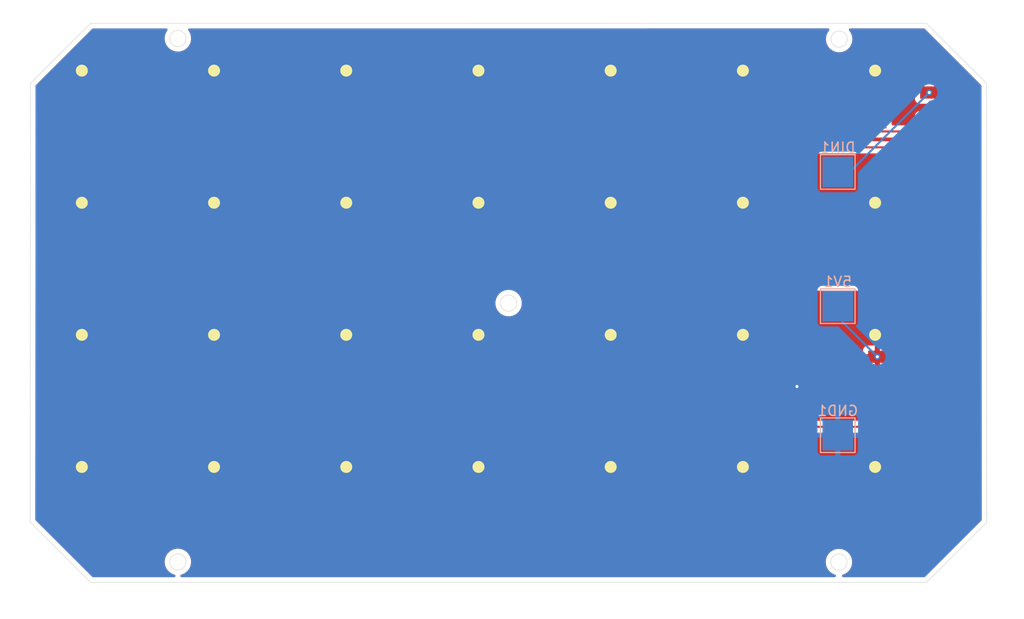
<source format=kicad_pcb>
(kicad_pcb (version 20241229) (generator "pcbnew") (generator_version "9.0")
  (layers (0 "F.Cu" signal) (2 "B.Cu" signal) (13 "F.Paste" user) (15 "B.Paste" user) (5 "F.SilkS" user "F.Silkscreen") (7 "B.SilkS" user "B.Silkscreen") (1 "F.Mask" user) (3 "B.Mask" user) (25 "Edge.Cuts" user))
  (net 0 "")
  (net 1 "5v")
  (net 2 "GND")
  (net 3 "Net-(D1-DOUT)")
  (net 4 "Net-(D2-DOUT)")
  (net 5 "Net-(D3-DOUT)")
  (net 6 "Net-(D3-DIN)")
  (net 7 "Net-(D5-DOUT)")
  (net 8 "Net-(D5-DIN)")
  (net 9 "Net-(D14-DIN)")
  (net 10 "Net-(D8-DIN)")
  (net 11 "Net-(D27-DIN)")
  (net 12 "Net-(D10-DIN)")
  (net 13 "Net-(D10-DOUT)")
  (net 14 "Net-(D11-DIN)")
  (net 15 "Net-(D12-DIN)")
  (net 16 "Net-(D13-DIN)")
  (net 17 "Net-(D15-DIN)")
  (net 18 "Net-(D15-DOUT)")
  (net 19 "Net-(D16-DIN)")
  (net 21 "Net-(D17-DIN)")
  (net 22 "Net-(D18-DIN)")
  (net 23 "Net-(D19-DIN)")
  (net 24 "Net-(D20-DIN)")
  (net 25 "Net-(D21-DIN)")
  (net 26 "Net-(D22-DIN)")
  (net 27 "Net-(D23-DIN)")
  (net 28 "Net-(D24-DIN)")
  (net 29 "Net-(D25-DIN)")
  (net 30 "Net-(D26-DIN)")
  (net 31 "Net-(D1-DIN)")
  (footprint "Library:WS2812" (layer "F.Cu") (at 149.817 52.07)
    (property "Reference" "D3" (hide yes))
    (property "Value" "WS2812B" (hide yes))
    (fp_circle (center -2.77 -3.62) (end -2.78 -3.08) (stroke (width 0.1)) (fill yes) (layer "F.SilkS"))
    (pad "1" smd rect (at 2.555 -1.465 180) (size 1.8 1.2) (layers "F.Cu" "F.Mask" "F.Paste") (net 6 "Net-(D3-DIN)"))
    (pad "2" smd rect (at -2.555 -1.465 180) (size 1.8 1.2) (layers "F.Cu" "F.Mask" "F.Paste") (net 1 "5v"))
    (pad "3" smd rect (at 2.545 1.465 180) (size 1.8 1.2) (layers "F.Cu" "F.Mask" "F.Paste") (net 2 "GND"))
    (pad "4" smd rect (at -2.555 1.465 180) (size 1.8 1.2) (layers "F.Cu" "F.Mask" "F.Paste") (net 5 "Net-(D3-DOUT)"))
  )
  (footprint "Library:WS2812" (layer "F.Cu") (at 175.817 52.07)
    (property "Reference" "D2" (hide yes))
    (property "Value" "WS2812B" (hide yes))
    (fp_circle (center -2.77 -3.62) (end -2.78 -3.08) (stroke (width 0.1)) (fill yes) (layer "F.SilkS"))
    (pad "1" smd rect (at 2.555 -1.465 180) (size 1.8 1.2) (layers "F.Cu" "F.Mask" "F.Paste") (net 3 "Net-(D1-DOUT)"))
    (pad "2" smd rect (at -2.555 -1.465 180) (size 1.8 1.2) (layers "F.Cu" "F.Mask" "F.Paste") (net 1 "5v"))
    (pad "3" smd rect (at 2.545 1.465 180) (size 1.8 1.2) (layers "F.Cu" "F.Mask" "F.Paste") (net 2 "GND"))
    (pad "4" smd rect (at -2.555 1.465 180) (size 1.8 1.2) (layers "F.Cu" "F.Mask" "F.Paste") (net 4 "Net-(D2-DOUT)"))
  )
  (footprint "Library:WS2812" (layer "F.Cu") (at 188.817 65.07)
    (property "Reference" "D14" (hide yes))
    (property "Value" "WS2812B" (hide yes))
    (fp_circle (center -2.77 -3.62) (end -2.78 -3.08) (stroke (width 0.1)) (fill yes) (layer "F.SilkS"))
    (pad "1" smd rect (at 2.555 -1.465 180) (size 1.8 1.2) (layers "F.Cu" "F.Mask" "F.Paste") (net 9 "Net-(D14-DIN)"))
    (pad "2" smd rect (at -2.555 -1.465 180) (size 1.8 1.2) (layers "F.Cu" "F.Mask" "F.Paste") (net 1 "5v"))
    (pad "3" smd rect (at 2.545 1.465 180) (size 1.8 1.2) (layers "F.Cu" "F.Mask" "F.Paste") (net 2 "GND"))
    (pad "4" smd rect (at -2.555 1.465 180) (size 1.8 1.2) (layers "F.Cu" "F.Mask" "F.Paste") (net 16 "Net-(D13-DIN)"))
  )
  (footprint "Library:WS2812" (layer "F.Cu") (at 136.817 65.07)
    (property "Reference" "D10" (hide yes))
    (property "Value" "WS2812B" (hide yes))
    (fp_circle (center -2.77 -3.62) (end -2.78 -3.08) (stroke (width 0.1)) (fill yes) (layer "F.SilkS"))
    (pad "1" smd rect (at 2.555 -1.465 180) (size 1.8 1.2) (layers "F.Cu" "F.Mask" "F.Paste") (net 12 "Net-(D10-DIN)"))
    (pad "2" smd rect (at -2.555 -1.465 180) (size 1.8 1.2) (layers "F.Cu" "F.Mask" "F.Paste") (net 1 "5v"))
    (pad "3" smd rect (at 2.545 1.465 180) (size 1.8 1.2) (layers "F.Cu" "F.Mask" "F.Paste") (net 2 "GND"))
    (pad "4" smd rect (at -2.555 1.465 180) (size 1.8 1.2) (layers "F.Cu" "F.Mask" "F.Paste") (net 13 "Net-(D10-DOUT)"))
  )
  (footprint "Library:WS2812" (layer "F.Cu") (at 162.817 52.07)
    (property "Reference" "D4" (hide yes))
    (property "Value" "WS2812B" (hide yes))
    (fp_circle (center -2.77 -3.62) (end -2.78 -3.08) (stroke (width 0.1)) (fill yes) (layer "F.SilkS"))
    (pad "1" smd rect (at 2.555 -1.465 180) (size 1.8 1.2) (layers "F.Cu" "F.Mask" "F.Paste") (net 4 "Net-(D2-DOUT)"))
    (pad "2" smd rect (at -2.555 -1.465 180) (size 1.8 1.2) (layers "F.Cu" "F.Mask" "F.Paste") (net 1 "5v"))
    (pad "3" smd rect (at 2.545 1.465 180) (size 1.8 1.2) (layers "F.Cu" "F.Mask" "F.Paste") (net 2 "GND"))
    (pad "4" smd rect (at -2.555 1.465 180) (size 1.8 1.2) (layers "F.Cu" "F.Mask" "F.Paste") (net 6 "Net-(D3-DIN)"))
  )
  (footprint "Library:WS2812" (layer "F.Cu") (at 136.817 52.07)
    (property "Reference" "D6" (hide yes))
    (property "Value" "WS2812B" (hide yes))
    (fp_circle (center -2.77 -3.62) (end -2.78 -3.08) (stroke (width 0.1)) (fill yes) (layer "F.SilkS"))
    (pad "1" smd rect (at 2.555 -1.465 180) (size 1.8 1.2) (layers "F.Cu" "F.Mask" "F.Paste") (net 5 "Net-(D3-DOUT)"))
    (pad "2" smd rect (at -2.555 -1.465 180) (size 1.8 1.2) (layers "F.Cu" "F.Mask" "F.Paste") (net 1 "5v"))
    (pad "3" smd rect (at 2.545 1.465 180) (size 1.8 1.2) (layers "F.Cu" "F.Mask" "F.Paste") (net 2 "GND"))
    (pad "4" smd rect (at -2.555 1.465 180) (size 1.8 1.2) (layers "F.Cu" "F.Mask" "F.Paste") (net 8 "Net-(D5-DIN)"))
  )
  (footprint "Library:WS2812" (layer "F.Cu") (at 123.817 78.07)
    (property "Reference" "D17" (hide yes))
    (property "Value" "WS2812B" (hide yes))
    (fp_circle (center -2.77 -3.62) (end -2.78 -3.08) (stroke (width 0.1)) (fill yes) (layer "F.SilkS"))
    (pad "1" smd rect (at 2.555 -1.465 180) (size 1.8 1.2) (layers "F.Cu" "F.Mask" "F.Paste") (net 21 "Net-(D17-DIN)"))
    (pad "2" smd rect (at -2.555 -1.465 180) (size 1.8 1.2) (layers "F.Cu" "F.Mask" "F.Paste") (net 1 "5v"))
    (pad "3" smd rect (at 2.545 1.465 180) (size 1.8 1.2) (layers "F.Cu" "F.Mask" "F.Paste") (net 2 "GND"))
    (pad "4" smd rect (at -2.555 1.465 180) (size 1.8 1.2) (layers "F.Cu" "F.Mask" "F.Paste") (net 17 "Net-(D15-DIN)"))
  )
  (footprint "Library:WS2812" (layer "F.Cu") (at 162.817 78.07)
    (property "Reference" "D23" (hide yes))
    (property "Value" "WS2812B" (hide yes))
    (fp_circle (center -2.77 -3.62) (end -2.78 -3.08) (stroke (width 0.1)) (fill yes) (layer "F.SilkS"))
    (pad "1" smd rect (at 2.555 -1.465 180) (size 1.8 1.2) (layers "F.Cu" "F.Mask" "F.Paste") (net 27 "Net-(D23-DIN)"))
    (pad "2" smd rect (at -2.555 -1.465 180) (size 1.8 1.2) (layers "F.Cu" "F.Mask" "F.Paste") (net 1 "5v"))
    (pad "3" smd rect (at 2.545 1.465 180) (size 1.8 1.2) (layers "F.Cu" "F.Mask" "F.Paste") (net 2 "GND"))
    (pad "4" smd rect (at -2.555 1.465 180) (size 1.8 1.2) (layers "F.Cu" "F.Mask" "F.Paste") (net 25 "Net-(D21-DIN)"))
  )
  (footprint "Library:WS2812" (layer "F.Cu") (at 188.817 52.07)
    (property "Reference" "D1" (hide yes))
    (property "Value" "WS2812B" (hide yes))
    (fp_circle (center -2.77 -3.62) (end -2.78 -3.08) (stroke (width 0.1)) (fill yes) (layer "F.SilkS"))
    (pad "1" smd rect (at 2.555 -1.465 180) (size 1.8 1.2) (layers "F.Cu" "F.Mask" "F.Paste") (net 31 "Net-(D1-DIN)"))
    (pad "2" smd rect (at -2.555 -1.465 180) (size 1.8 1.2) (layers "F.Cu" "F.Mask" "F.Paste") (net 1 "5v"))
    (pad "3" smd rect (at 2.545 1.465 180) (size 1.8 1.2) (layers "F.Cu" "F.Mask" "F.Paste") (net 2 "GND"))
    (pad "4" smd rect (at -2.555 1.465 180) (size 1.8 1.2) (layers "F.Cu" "F.Mask" "F.Paste") (net 3 "Net-(D1-DOUT)"))
  )
  (footprint "Library:WS2812" (layer "F.Cu") (at 149.817 65.07)
    (property "Reference" "D11" (hide yes))
    (property "Value" "WS2812B" (hide yes))
    (fp_circle (center -2.77 -3.62) (end -2.78 -3.08) (stroke (width 0.1)) (fill yes) (layer "F.SilkS"))
    (pad "1" smd rect (at 2.555 -1.465 180) (size 1.8 1.2) (layers "F.Cu" "F.Mask" "F.Paste") (net 14 "Net-(D11-DIN)"))
    (pad "2" smd rect (at -2.555 -1.465 180) (size 1.8 1.2) (layers "F.Cu" "F.Mask" "F.Paste") (net 1 "5v"))
    (pad "3" smd rect (at 2.545 1.465 180) (size 1.8 1.2) (layers "F.Cu" "F.Mask" "F.Paste") (net 2 "GND"))
    (pad "4" smd rect (at -2.555 1.465 180) (size 1.8 1.2) (layers "F.Cu" "F.Mask" "F.Paste") (net 12 "Net-(D10-DIN)"))
  )
  (footprint "Library:WS2812" (layer "F.Cu") (at 110.817 91.07)
    (property "Reference" "D16" (hide yes))
    (property "Value" "WS2812B" (hide yes))
    (fp_circle (center -2.77 -3.62) (end -2.78 -3.08) (stroke (width 0.1)) (fill yes) (layer "F.SilkS"))
    (pad "1" smd rect (at 2.555 -1.465 180) (size 1.8 1.2) (layers "F.Cu" "F.Mask" "F.Paste") (net 19 "Net-(D16-DIN)"))
    (pad "2" smd rect (at -2.555 -1.465 180) (size 1.8 1.2) (layers "F.Cu" "F.Mask" "F.Paste") (net 1 "5v"))
    (pad "3" smd rect (at 2.545 1.465 180) (size 1.8 1.2) (layers "F.Cu" "F.Mask" "F.Paste") (net 2 "GND"))
    (pad "4" smd rect (at -2.555 1.465 180) (size 1.8 1.2) (layers "F.Cu" "F.Mask" "F.Paste"))
  )
  (footprint "Library:WS2812" (layer "F.Cu") (at 162.817 65.07)
    (property "Reference" "D12" (hide yes))
    (property "Value" "WS2812B" (hide yes))
    (fp_circle (center -2.77 -3.62) (end -2.78 -3.08) (stroke (width 0.1)) (fill yes) (layer "F.SilkS"))
    (pad "1" smd rect (at 2.555 -1.465 180) (size 1.8 1.2) (layers "F.Cu" "F.Mask" "F.Paste") (net 15 "Net-(D12-DIN)"))
    (pad "2" smd rect (at -2.555 -1.465 180) (size 1.8 1.2) (layers "F.Cu" "F.Mask" "F.Paste") (net 1 "5v"))
    (pad "3" smd rect (at 2.545 1.465 180) (size 1.8 1.2) (layers "F.Cu" "F.Mask" "F.Paste") (net 2 "GND"))
    (pad "4" smd rect (at -2.555 1.465 180) (size 1.8 1.2) (layers "F.Cu" "F.Mask" "F.Paste") (net 14 "Net-(D11-DIN)"))
  )
  (footprint "Library:WS2812" (layer "F.Cu") (at 110.817 78.07)
    (property "Reference" "D15" (hide yes))
    (property "Value" "WS2812B" (hide yes))
    (fp_circle (center -2.77 -3.62) (end -2.78 -3.08) (stroke (width 0.1)) (fill yes) (layer "F.SilkS"))
    (pad "1" smd rect (at 2.555 -1.465 180) (size 1.8 1.2) (layers "F.Cu" "F.Mask" "F.Paste") (net 17 "Net-(D15-DIN)"))
    (pad "2" smd rect (at -2.555 -1.465 180) (size 1.8 1.2) (layers "F.Cu" "F.Mask" "F.Paste") (net 1 "5v"))
    (pad "3" smd rect (at 2.545 1.465 180) (size 1.8 1.2) (layers "F.Cu" "F.Mask" "F.Paste") (net 2 "GND"))
    (pad "4" smd rect (at -2.555 1.465 180) (size 1.8 1.2) (layers "F.Cu" "F.Mask" "F.Paste") (net 18 "Net-(D15-DOUT)"))
  )
  (footprint "Library:WS2812" (layer "F.Cu") (at 110.817 65.07)
    (property "Reference" "D8" (hide yes))
    (property "Value" "WS2812B" (hide yes))
    (fp_circle (center -2.77 -3.62) (end -2.78 -3.08) (stroke (width 0.1)) (fill yes) (layer "F.SilkS"))
    (pad "1" smd rect (at 2.555 -1.465 180) (size 1.8 1.2) (layers "F.Cu" "F.Mask" "F.Paste") (net 10 "Net-(D8-DIN)"))
    (pad "2" smd rect (at -2.555 -1.465 180) (size 1.8 1.2) (layers "F.Cu" "F.Mask" "F.Paste") (net 1 "5v"))
    (pad "3" smd rect (at 2.545 1.465 180) (size 1.8 1.2) (layers "F.Cu" "F.Mask" "F.Paste") (net 2 "GND"))
    (pad "4" smd rect (at -2.555 1.465 180) (size 1.8 1.2) (layers "F.Cu" "F.Mask" "F.Paste") (net 11 "Net-(D27-DIN)"))
  )
  (footprint "Library:WS2812" (layer "F.Cu") (at 175.817 65.07)
    (property "Reference" "D13" (hide yes))
    (property "Value" "WS2812B" (hide yes))
    (fp_circle (center -2.77 -3.62) (end -2.78 -3.08) (stroke (width 0.1)) (fill yes) (layer "F.SilkS"))
    (pad "1" smd rect (at 2.555 -1.465 180) (size 1.8 1.2) (layers "F.Cu" "F.Mask" "F.Paste") (net 16 "Net-(D13-DIN)"))
    (pad "2" smd rect (at -2.555 -1.465 180) (size 1.8 1.2) (layers "F.Cu" "F.Mask" "F.Paste") (net 1 "5v"))
    (pad "3" smd rect (at 2.545 1.465 180) (size 1.8 1.2) (layers "F.Cu" "F.Mask" "F.Paste") (net 2 "GND"))
    (pad "4" smd rect (at -2.555 1.465 180) (size 1.8 1.2) (layers "F.Cu" "F.Mask" "F.Paste") (net 15 "Net-(D12-DIN)"))
  )
  (footprint "Library:WS2812" (layer "F.Cu") (at 175.817 91.07)
    (property "Reference" "D26" (hide yes))
    (property "Value" "WS2812B" (hide yes))
    (fp_circle (center -2.77 -3.62) (end -2.78 -3.08) (stroke (width 0.1)) (fill yes) (layer "F.SilkS"))
    (pad "1" smd rect (at 2.555 -1.465 180) (size 1.8 1.2) (layers "F.Cu" "F.Mask" "F.Paste") (net 30 "Net-(D26-DIN)"))
    (pad "2" smd rect (at -2.555 -1.465 180) (size 1.8 1.2) (layers "F.Cu" "F.Mask" "F.Paste") (net 1 "5v"))
    (pad "3" smd rect (at 2.545 1.465 180) (size 1.8 1.2) (layers "F.Cu" "F.Mask" "F.Paste") (net 2 "GND"))
    (pad "4" smd rect (at -2.555 1.465 180) (size 1.8 1.2) (layers "F.Cu" "F.Mask" "F.Paste") (net 28 "Net-(D24-DIN)"))
  )
  (footprint "Library:WS2812" (layer "F.Cu") (at 123.817 65.07)
    (property "Reference" "D9" (hide yes))
    (property "Value" "WS2812B" (hide yes))
    (fp_circle (center -2.77 -3.62) (end -2.78 -3.08) (stroke (width 0.1)) (fill yes) (layer "F.SilkS"))
    (pad "1" smd rect (at 2.555 -1.465 180) (size 1.8 1.2) (layers "F.Cu" "F.Mask" "F.Paste") (net 13 "Net-(D10-DOUT)"))
    (pad "2" smd rect (at -2.555 -1.465 180) (size 1.8 1.2) (layers "F.Cu" "F.Mask" "F.Paste") (net 1 "5v"))
    (pad "3" smd rect (at 2.545 1.465 180) (size 1.8 1.2) (layers "F.Cu" "F.Mask" "F.Paste") (net 2 "GND"))
    (pad "4" smd rect (at -2.555 1.465 180) (size 1.8 1.2) (layers "F.Cu" "F.Mask" "F.Paste") (net 10 "Net-(D8-DIN)"))
  )
  (footprint "Library:WS2812" (layer "F.Cu") (at 188.817 78.07)
    (property "Reference" "D27" (hide yes))
    (property "Value" "WS2812B" (hide yes))
    (fp_circle (center -2.77 -3.62) (end -2.78 -3.08) (stroke (width 0.1)) (fill yes) (layer "F.SilkS"))
    (pad "1" smd rect (at 2.555 -1.465 180) (size 1.8 1.2) (layers "F.Cu" "F.Mask" "F.Paste") (net 11 "Net-(D27-DIN)"))
    (pad "2" smd rect (at -2.555 -1.465 180) (size 1.8 1.2) (layers "F.Cu" "F.Mask" "F.Paste") (net 1 "5v"))
    (pad "3" smd rect (at 2.545 1.465 180) (size 1.8 1.2) (layers "F.Cu" "F.Mask" "F.Paste") (net 2 "GND"))
    (pad "4" smd rect (at -2.555 1.465 180) (size 1.8 1.2) (layers "F.Cu" "F.Mask" "F.Paste") (net 29 "Net-(D25-DIN)"))
  )
  (footprint "Library:WS2812" (layer "F.Cu") (at 188.817 91.07)
    (property "Reference" "D28" (hide yes))
    (property "Value" "WS2812B" (hide yes))
    (fp_circle (center -2.77 -3.62) (end -2.78 -3.08) (stroke (width 0.1)) (fill yes) (layer "F.SilkS"))
    (pad "1" smd rect (at 2.555 -1.465 180) (size 1.8 1.2) (layers "F.Cu" "F.Mask" "F.Paste") (net 18 "Net-(D15-DOUT)"))
    (pad "2" smd rect (at -2.555 -1.465 180) (size 1.8 1.2) (layers "F.Cu" "F.Mask" "F.Paste") (net 1 "5v"))
    (pad "3" smd rect (at 2.545 1.465 180) (size 1.8 1.2) (layers "F.Cu" "F.Mask" "F.Paste") (net 2 "GND"))
    (pad "4" smd rect (at -2.555 1.465 180) (size 1.8 1.2) (layers "F.Cu" "F.Mask" "F.Paste") (net 30 "Net-(D26-DIN)"))
  )
  (footprint "Library:WS2812" (layer "F.Cu") (at 175.817 78.07)
    (property "Reference" "D25" (hide yes))
    (property "Value" "WS2812B" (hide yes))
    (fp_circle (center -2.77 -3.62) (end -2.78 -3.08) (stroke (width 0.1)) (fill yes) (layer "F.SilkS"))
    (pad "1" smd rect (at 2.555 -1.465 180) (size 1.8 1.2) (layers "F.Cu" "F.Mask" "F.Paste") (net 29 "Net-(D25-DIN)"))
    (pad "2" smd rect (at -2.555 -1.465 180) (size 1.8 1.2) (layers "F.Cu" "F.Mask" "F.Paste") (net 1 "5v"))
    (pad "3" smd rect (at 2.545 1.465 180) (size 1.8 1.2) (layers "F.Cu" "F.Mask" "F.Paste") (net 2 "GND"))
    (pad "4" smd rect (at -2.555 1.465 180) (size 1.8 1.2) (layers "F.Cu" "F.Mask" "F.Paste") (net 27 "Net-(D23-DIN)"))
  )
  (footprint "Library:WS2812" (layer "F.Cu") (at 149.817 78.07)
    (property "Reference" "D21" (hide yes))
    (property "Value" "WS2812B" (hide yes))
    (fp_circle (center -2.77 -3.62) (end -2.78 -3.08) (stroke (width 0.1)) (fill yes) (layer "F.SilkS"))
    (pad "1" smd rect (at 2.555 -1.465 180) (size 1.8 1.2) (layers "F.Cu" "F.Mask" "F.Paste") (net 25 "Net-(D21-DIN)"))
    (pad "2" smd rect (at -2.555 -1.465 180) (size 1.8 1.2) (layers "F.Cu" "F.Mask" "F.Paste") (net 1 "5v"))
    (pad "3" smd rect (at 2.545 1.465 180) (size 1.8 1.2) (layers "F.Cu" "F.Mask" "F.Paste") (net 2 "GND"))
    (pad "4" smd rect (at -2.555 1.465 180) (size 1.8 1.2) (layers "F.Cu" "F.Mask" "F.Paste") (net 23 "Net-(D19-DIN)"))
  )
  (footprint "Library:WS2812" (layer "F.Cu") (at 149.817 91.07)
    (property "Reference" "D22" (hide yes))
    (property "Value" "WS2812B" (hide yes))
    (fp_circle (center -2.77 -3.62) (end -2.78 -3.08) (stroke (width 0.1)) (fill yes) (layer "F.SilkS"))
    (pad "1" smd rect (at 2.555 -1.465 180) (size 1.8 1.2) (layers "F.Cu" "F.Mask" "F.Paste") (net 26 "Net-(D22-DIN)"))
    (pad "2" smd rect (at -2.555 -1.465 180) (size 1.8 1.2) (layers "F.Cu" "F.Mask" "F.Paste") (net 1 "5v"))
    (pad "3" smd rect (at 2.545 1.465 180) (size 1.8 1.2) (layers "F.Cu" "F.Mask" "F.Paste") (net 2 "GND"))
    (pad "4" smd rect (at -2.555 1.465 180) (size 1.8 1.2) (layers "F.Cu" "F.Mask" "F.Paste") (net 24 "Net-(D20-DIN)"))
  )
  (footprint "Library:WS2812" (layer "F.Cu") (at 136.817 78.07)
    (property "Reference" "D19" (hide yes))
    (property "Value" "WS2812B" (hide yes))
    (fp_circle (center -2.77 -3.62) (end -2.78 -3.08) (stroke (width 0.1)) (fill yes) (layer "F.SilkS"))
    (pad "1" smd rect (at 2.555 -1.465 180) (size 1.8 1.2) (layers "F.Cu" "F.Mask" "F.Paste") (net 23 "Net-(D19-DIN)"))
    (pad "2" smd rect (at -2.555 -1.465 180) (size 1.8 1.2) (layers "F.Cu" "F.Mask" "F.Paste") (net 1 "5v"))
    (pad "3" smd rect (at 2.545 1.465 180) (size 1.8 1.2) (layers "F.Cu" "F.Mask" "F.Paste") (net 2 "GND"))
    (pad "4" smd rect (at -2.555 1.465 180) (size 1.8 1.2) (layers "F.Cu" "F.Mask" "F.Paste") (net 21 "Net-(D17-DIN)"))
  )
  (footprint "Library:WS2812" (layer "F.Cu") (at 123.817 52.07)
    (property "Reference" "D5" (hide yes))
    (property "Value" "WS2812B" (hide yes))
    (fp_circle (center -2.77 -3.62) (end -2.78 -3.08) (stroke (width 0.1)) (fill yes) (layer "F.SilkS"))
    (pad "1" smd rect (at 2.555 -1.465 180) (size 1.8 1.2) (layers "F.Cu" "F.Mask" "F.Paste") (net 8 "Net-(D5-DIN)"))
    (pad "2" smd rect (at -2.555 -1.465 180) (size 1.8 1.2) (layers "F.Cu" "F.Mask" "F.Paste") (net 1 "5v"))
    (pad "3" smd rect (at 2.545 1.465 180) (size 1.8 1.2) (layers "F.Cu" "F.Mask" "F.Paste") (net 2 "GND"))
    (pad "4" smd rect (at -2.555 1.465 180) (size 1.8 1.2) (layers "F.Cu" "F.Mask" "F.Paste") (net 7 "Net-(D5-DOUT)"))
  )
  (footprint "Library:WS2812" (layer "F.Cu") (at 136.817 91.07)
    (property "Reference" "D20" (hide yes))
    (property "Value" "WS2812B" (hide yes))
    (fp_circle (center -2.77 -3.62) (end -2.78 -3.08) (stroke (width 0.1)) (fill yes) (layer "F.SilkS"))
    (pad "1" smd rect (at 2.555 -1.465 180) (size 1.8 1.2) (layers "F.Cu" "F.Mask" "F.Paste") (net 24 "Net-(D20-DIN)"))
    (pad "2" smd rect (at -2.555 -1.465 180) (size 1.8 1.2) (layers "F.Cu" "F.Mask" "F.Paste") (net 1 "5v"))
    (pad "3" smd rect (at 2.545 1.465 180) (size 1.8 1.2) (layers "F.Cu" "F.Mask" "F.Paste") (net 2 "GND"))
    (pad "4" smd rect (at -2.555 1.465 180) (size 1.8 1.2) (layers "F.Cu" "F.Mask" "F.Paste") (net 22 "Net-(D18-DIN)"))
  )
  (footprint "Library:WS2812" (layer "F.Cu") (at 110.817 52.07)
    (property "Reference" "D7" (hide yes))
    (property "Value" "WS2812B" (hide yes))
    (fp_circle (center -2.77 -3.62) (end -2.78 -3.08) (stroke (width 0.1)) (fill yes) (layer "F.SilkS"))
    (pad "1" smd rect (at 2.555 -1.465 180) (size 1.8 1.2) (layers "F.Cu" "F.Mask" "F.Paste") (net 7 "Net-(D5-DOUT)"))
    (pad "2" smd rect (at -2.555 -1.465 180) (size 1.8 1.2) (layers "F.Cu" "F.Mask" "F.Paste") (net 1 "5v"))
    (pad "3" smd rect (at 2.545 1.465 180) (size 1.8 1.2) (layers "F.Cu" "F.Mask" "F.Paste") (net 2 "GND"))
    (pad "4" smd rect (at -2.555 1.465 180) (size 1.8 1.2) (layers "F.Cu" "F.Mask" "F.Paste") (net 9 "Net-(D14-DIN)"))
  )
  (footprint "Library:WS2812" (layer "F.Cu") (at 123.817 91.07)
    (property "Reference" "D18" (hide yes))
    (property "Value" "WS2812B" (hide yes))
    (fp_circle (center -2.77 -3.62) (end -2.78 -3.08) (stroke (width 0.1)) (fill yes) (layer "F.SilkS"))
    (pad "1" smd rect (at 2.555 -1.465 180) (size 1.8 1.2) (layers "F.Cu" "F.Mask" "F.Paste") (net 22 "Net-(D18-DIN)"))
    (pad "2" smd rect (at -2.555 -1.465 180) (size 1.8 1.2) (layers "F.Cu" "F.Mask" "F.Paste") (net 1 "5v"))
    (pad "3" smd rect (at 2.545 1.465 180) (size 1.8 1.2) (layers "F.Cu" "F.Mask" "F.Paste") (net 2 "GND"))
    (pad "4" smd rect (at -2.555 1.465 180) (size 1.8 1.2) (layers "F.Cu" "F.Mask" "F.Paste") (net 19 "Net-(D16-DIN)"))
  )
  (footprint "Library:WS2812" (layer "F.Cu") (at 162.817 91.07)
    (property "Reference" "D24" (hide yes))
    (property "Value" "WS2812B" (hide yes))
    (fp_circle (center -2.77 -3.62) (end -2.78 -3.08) (stroke (width 0.1)) (fill yes) (layer "F.SilkS"))
    (pad "1" smd rect (at 2.555 -1.465 180) (size 1.8 1.2) (layers "F.Cu" "F.Mask" "F.Paste") (net 28 "Net-(D24-DIN)"))
    (pad "2" smd rect (at -2.555 -1.465 180) (size 1.8 1.2) (layers "F.Cu" "F.Mask" "F.Paste") (net 1 "5v"))
    (pad "3" smd rect (at 2.545 1.465 180) (size 1.8 1.2) (layers "F.Cu" "F.Mask" "F.Paste") (net 2 "GND"))
    (pad "4" smd rect (at -2.555 1.465 180) (size 1.8 1.2) (layers "F.Cu" "F.Mask" "F.Paste") (net 26 "Net-(D22-DIN)"))
  )
  (footprint "TestPoint:TestPoint_Pad_3.0x3.0mm" (layer "B.Cu") (at 182.372 71.628 180)
    (property "Reference" "5V1" (at 0 2.398 0) (layer "B.SilkS") (effects (justify mirror)))
    (property "Value" "TestPoint" (hide yes))
    (fp_line (start 1.7 1.7) (end 1.7 -1.7) (stroke (width 0.12)) (layer "B.SilkS"))
    (fp_line (start 1.7 -1.7) (end -1.7 -1.7) (stroke (width 0.12)) (layer "B.SilkS"))
    (fp_line (start -1.7 1.7) (end 1.7 1.7) (stroke (width 0.12)) (layer "B.SilkS"))
    (fp_line (start -1.7 -1.7) (end -1.7 1.7) (stroke (width 0.12)) (layer "B.SilkS"))
    (pad "1" smd rect (at 0 0 180) (size 3 3) (layers "B.Cu" "B.Mask") (net 1 "5v"))
  )
  (footprint "TestPoint:TestPoint_Pad_3.0x3.0mm" (layer "B.Cu") (at 182.372 84.328 180)
    (property "Reference" "GND1" (at 0 2.398 0) (layer "B.SilkS") (effects (justify mirror)))
    (property "Value" "TestPoint" (hide yes))
    (fp_line (start 1.7 1.7) (end 1.7 -1.7) (stroke (width 0.12)) (layer "B.SilkS"))
    (fp_line (start 1.7 -1.7) (end -1.7 -1.7) (stroke (width 0.12)) (layer "B.SilkS"))
    (fp_line (start -1.7 1.7) (end 1.7 1.7) (stroke (width 0.12)) (layer "B.SilkS"))
    (fp_line (start -1.7 -1.7) (end -1.7 1.7) (stroke (width 0.12)) (layer "B.SilkS"))
    (pad "1" smd rect (at 0 0 180) (size 3 3) (layers "B.Cu" "B.Mask") (net 2 "GND"))
  )
  (footprint "TestPoint:TestPoint_Pad_3.0x3.0mm" (layer "B.Cu") (at 182.372 58.42 180)
    (property "Reference" "DIN1" (at 0 2.398 0) (layer "B.SilkS") (effects (justify mirror)))
    (property "Value" "TestPoint" (hide yes))
    (fp_line (start 1.7 1.7) (end 1.7 -1.7) (stroke (width 0.12)) (layer "B.SilkS"))
    (fp_line (start 1.7 -1.7) (end -1.7 -1.7) (stroke (width 0.12)) (layer "B.SilkS"))
    (fp_line (start -1.7 1.7) (end 1.7 1.7) (stroke (width 0.12)) (layer "B.SilkS"))
    (fp_line (start -1.7 -1.7) (end -1.7 1.7) (stroke (width 0.12)) (layer "B.SilkS"))
    (pad "1" smd rect (at 0 0 180) (size 3 3) (layers "B.Cu" "B.Mask") (net 31 "Net-(D1-DIN)"))
  )
  (gr_line (start 103 49.7) (end 108.9 43.8) (stroke (width 0.05)) (layer "Edge.Cuts"))
  (gr_line (start 108.9 98.795) (end 102.975 92.875) (stroke (width 0.05)) (layer "Edge.Cuts"))
  (gr_line (start 103 49.7) (end 102.975 92.875) (stroke (width 0.05)) (layer "Edge.Cuts"))
  (gr_circle (center 182.51 45.35) (end 183.31 45.35) (stroke (width 0.05)) (fill no) (layer "Edge.Cuts"))
  (gr_line (start 191.095335 43.795335) (end 108.9 43.8) (stroke (width 0.05)) (layer "Edge.Cuts"))
  (gr_line (start 191.125 98.795) (end 197.025 92.9) (stroke (width 0.05)) (layer "Edge.Cuts"))
  (gr_circle (center 150.01 71.33) (end 150.81 71.33) (stroke (width 0.05)) (fill no) (layer "Edge.Cuts"))
  (gr_line (start 197 49.7) (end 191.095335 43.795335) (stroke (width 0.05)) (layer "Edge.Cuts"))
  (gr_line (start 108.9 98.795) (end 191.125 98.795) (stroke (width 0.05)) (layer "Edge.Cuts"))
  (gr_circle (center 117.49 96.79) (end 118.29 96.79) (stroke (width 0.05)) (fill no) (layer "Edge.Cuts"))
  (gr_circle (center 182.49 96.81) (end 183.29 96.81) (stroke (width 0.05)) (fill no) (layer "Edge.Cuts"))
  (gr_circle (center 117.49 45.28) (end 118.29 45.28) (stroke (width 0.05)) (fill no) (layer "Edge.Cuts"))
  (gr_line (start 197.025 92.9) (end 197 49.7) (stroke (width 0.05)) (layer "Edge.Cuts"))
  (via (at 186.262 76.605) (size 0.6) (drill 0.3) (layers "F.Cu" "B.Cu") (net 1))
  (segment (start 182.372 71.628) (end 182.372 72.715) (width 0.2) (layer "B.Cu") (net 1))
  (segment (start 182.372 72.715) (end 186.262 76.605) (width 0.2) (layer "B.Cu") (net 1))
  (segment (start 152.362 79.535) (end 150.897 81) (width 0.2) (layer "F.Cu") (net 2))
  (segment (start 139.362 92.862) (end 139.362 92.535) (width 0.2) (layer "F.Cu") (net 2))
  (segment (start 139.362 66.535) (end 137.897 68) (width 0.2) (layer "F.Cu") (net 2))
  (segment (start 141.5 68) (end 140.035 66.535) (width 0.2) (layer "F.Cu") (net 2))
  (segment (start 115.5 94.5) (end 113.535 92.535) (width 0.2) (layer "F.Cu") (net 2))
  (segment (start 191.362 66.535) (end 189.897 68) (width 0.2) (layer "F.Cu") (net 2))
  (segment (start 141 94.5) (end 139.362 92.862) (width 0.2) (layer "F.Cu") (net 2))
  (segment (start 127.263 54.436) (end 126.362 53.535) (width 0.2) (layer "F.Cu") (net 2))
  (segment (start 191.362 79.535) (end 189.897 81) (width 0.2) (layer "F.Cu") (net 2))
  (segment (start 126.362 53.535) (end 125.461 54.436) (width 0.2) (layer "F.Cu") (net 2))
  (segment (start 139.362 79.535) (end 137.897 81) (width 0.2) (layer "F.Cu") (net 2))
  (segment (start 166.827 68) (end 165.362 66.535) (width 0.2) (layer "F.Cu") (net 2))
  (segment (start 166.827 81) (end 165.362 79.535) (width 0.2) (layer "F.Cu") (net 2))
  (segment (start 176.897 68) (end 166.827 68) (width 0.2) (layer "F.Cu") (net 2))
  (segment (start 193.5 81.673) (end 193.5 91.5) (width 0.2) (layer "F.Cu") (net 2))
  (segment (start 193.5 54.2) (end 193.5 65.5) (width 0.2) (layer "F.Cu") (net 2))
  (segment (start 193.5 68.673) (end 193.5 79) (width 0.2) (layer "F.Cu") (net 2))
  (segment (start 153.827 81) (end 152.362 79.535) (width 0.2) (layer "F.Cu") (net 2))
  (segment (start 115 81) (end 113.535 79.535) (width 0.2) (layer "F.Cu") (net 2))
  (segment (start 191.362 92.535) (end 189.397 94.5) (width 0.2) (layer "F.Cu") (net 2))
  (segment (start 126.362 92.535) (end 124.397 94.5) (width 0.2) (layer "F.Cu") (net 2))
  (segment (start 192.465 66.535) (end 191.362 66.535) (width 0.2) (layer "F.Cu") (net 2))
  (segment (start 164.461 54.436) (end 153.263 54.436) (width 0.2) (layer "F.Cu") (net 2))
  (segment (start 128.327 94.5) (end 126.362 92.535) (width 0.2) (layer "F.Cu") (net 2))
  (segment (start 191.362 66.535) (end 193.5 68.673) (width 0.2) (layer "F.Cu") (net 2))
  (segment (start 124.897 81) (end 115 81) (width 0.2) (layer "F.Cu") (net 2))
  (segment (start 178.362 79.535) (end 176.897 81) (width 0.2) (layer "F.Cu") (net 2))
  (segment (start 152.362 92.535) (end 150.397 94.5) (width 0.2) (layer "F.Cu") (net 2))
  (segment (start 178.362 53.535) (end 177.461 54.436) (width 0.2) (layer "F.Cu") (net 2))
  (segment (start 137.397 94.5) (end 128.327 94.5) (width 0.2) (layer "F.Cu") (net 2))
  (segment (start 124.397 94.5) (end 115.5 94.5) (width 0.2) (layer "F.Cu") (net 2))
  (segment (start 165.362 92.535) (end 163.397 94.5) (width 0.2) (layer "F.Cu") (net 2))
  (segment (start 190.461 54.436) (end 179.263 54.436) (width 0.2) (layer "F.Cu") (net 2))
  (segment (start 191.362 79.535) (end 193.5 81.673) (width 0.2) (layer "F.Cu") (net 2))
  (segment (start 165.362 79.535) (end 163.897 81) (width 0.2) (layer "F.Cu") (net 2))
  (segment (start 179.827 68) (end 178.362 66.535) (width 0.2) (layer "F.Cu") (net 2))
  (segment (start 140.827 81) (end 139.362 79.535) (width 0.2) (layer "F.Cu") (net 2))
  (segment (start 163.897 68) (end 153.827 68) (width 0.2) (layer "F.Cu") (net 2))
  (segment (start 140.327 54.5) (end 139.362 53.535) (width 0.2) (layer "F.Cu") (net 2))
  (segment (start 193.5 91.5) (end 192.465 92.535) (width 0.2) (layer "F.Cu") (net 2))
  (segment (start 152.362 66.535) (end 150.897 68) (width 0.2) (layer "F.Cu") (net 2))
  (segment (start 152.362 53.535) (end 151.397 54.5) (width 0.2) (layer "F.Cu") (net 2))
  (segment (start 113.535 92.535) (end 113.362 92.535) (width 0.2) (layer "F.Cu") (net 2))
  (segment (start 113.535 79.535) (end 113.362 79.535) (width 0.2) (layer "F.Cu") (net 2))
  (segment (start 153.263 54.436) (end 152.362 53.535) (width 0.2) (layer "F.Cu") (net 2))
  (segment (start 165.362 53.535) (end 164.461 54.436) (width 0.2) (layer "F.Cu") (net 2))
  (segment (start 178.535 92.535) (end 178.362 92.535) (width 0.2) (layer "F.Cu") (net 2))
  (segment (start 177.461 54.436) (end 166.263 54.436) (width 0.2) (layer "F.Cu") (net 2))
  (segment (start 192.465 92.535) (end 191.362 92.535) (width 0.2) (layer "F.Cu") (net 2))
  (segment (start 165.362 66.535) (end 163.897 68) (width 0.2) (layer "F.Cu") (net 2))
  (segment (start 137.897 68) (end 127.827 68) (width 0.2) (layer "F.Cu") (net 2))
  (segment (start 193.5 65.5) (end 192.465 66.535) (width 0.2) (layer "F.Cu") (net 2))
  (segment (start 126.362 79.535) (end 124.897 81) (width 0.2) (layer "F.Cu") (net 2))
  (segment (start 138.461 54.436) (end 127.263 54.436) (width 0.2) (layer "F.Cu") (net 2))
  (segment (start 127.827 68) (end 126.362 66.535) (width 0.2) (layer "F.Cu") (net 2))
  (segment (start 191.362 53.535) (end 192.835 53.535) (width 0.2) (layer "F.Cu") (net 2))
  (segment (start 179.827 81) (end 178.362 79.535) (width 0.2) (layer "F.Cu") (net 2))
  (segment (start 150.897 81) (end 140.827 81) (width 0.2) (layer "F.Cu") (net 2))
  (segment (start 192.965 79.535) (end 191.362 79.535) (width 0.2) (layer "F.Cu") (net 2))
  (segment (start 176.897 81) (end 166.827 81) (width 0.2) (layer "F.Cu") (net 2))
  (segment (start 179.263 54.436) (end 178.362 53.535) (width 0.2) (layer "F.Cu") (net 2))
  (segment (start 139.362 92.535) (end 137.397 94.5) (width 0.2) (layer "F.Cu") (net 2))
  (segment (start 114.263 54.436) (end 113.362 53.535) (width 0.2) (layer "F.Cu") (net 2))
  (segment (start 191.362 53.535) (end 190.461 54.436) (width 0.2) (layer "F.Cu") (net 2))
  (segment (start 126.362 66.535) (end 124.897 68) (width 0.2) (layer "F.Cu") (net 2))
  (segment (start 114.827 68) (end 113.362 66.535) (width 0.2) (layer "F.Cu") (net 2))
  (segment (start 163.397 94.5) (end 154.327 94.5) (width 0.2) (layer "F.Cu") (net 2))
  (segment (start 154.327 94.5) (end 152.362 92.535) (width 0.2) (layer "F.Cu") (net 2))
  (segment (start 125.461 54.436) (end 114.263 54.436) (width 0.2) (layer "F.Cu") (net 2))
  (segment (start 151.397 54.5) (end 140.327 54.5) (width 0.2) (layer "F.Cu") (net 2))
  (segment (start 193.5 79) (end 192.965 79.535) (width 0.2) (layer "F.Cu") (net 2))
  (segment (start 189.897 68) (end 179.827 68) (width 0.2) (layer "F.Cu") (net 2))
  (segment (start 137.897 81) (end 127.827 81) (width 0.2) (layer "F.Cu") (net 2))
  (segment (start 150.897 68) (end 141.5 68) (width 0.2) (layer "F.Cu") (net 2))
  (segment (start 189.897 81) (end 179.827 81) (width 0.2) (layer "F.Cu") (net 2))
  (segment (start 178.362 92.535) (end 176.397 94.5) (width 0.2) (layer "F.Cu") (net 2))
  (segment (start 166.263 54.436) (end 165.362 53.535) (width 0.2) (layer "F.Cu") (net 2))
  (segment (start 127.827 81) (end 126.362 79.535) (width 0.2) (layer "F.Cu") (net 2))
  (segment (start 140.035 66.535) (end 139.362 66.535) (width 0.2) (layer "F.Cu") (net 2))
  (segment (start 178.362 66.535) (end 176.897 68) (width 0.2) (layer "F.Cu") (net 2))
  (segment (start 150.397 94.5) (end 141 94.5) (width 0.2) (layer "F.Cu") (net 2))
  (segment (start 153.827 68) (end 152.362 66.535) (width 0.2) (layer "F.Cu") (net 2))
  (segment (start 189.397 94.5) (end 180.5 94.5) (width 0.2) (layer "F.Cu") (net 2))
  (segment (start 163.897 81) (end 153.827 81) (width 0.2) (layer "F.Cu") (net 2))
  (segment (start 176.397 94.5) (end 167.327 94.5) (width 0.2) (layer "F.Cu") (net 2))
  (segment (start 192.835 53.535) (end 193.5 54.2) (width 0.2) (layer "F.Cu") (net 2))
  (segment (start 167.327 94.5) (end 165.362 92.535) (width 0.2) (layer "F.Cu") (net 2))
  (segment (start 180.5 94.5) (end 178.535 92.535) (width 0.2) (layer "F.Cu") (net 2))
  (segment (start 124.897 68) (end 114.827 68) (width 0.2) (layer "F.Cu") (net 2))
  (segment (start 139.362 53.535) (end 138.461 54.436) (width 0.2) (layer "F.Cu") (net 2))
  (via (at 178.362 79.535) (size 0.6) (drill 0.3) (layers "F.Cu" "B.Cu") (net 2))
  (segment (start 178.362 80.318) (end 178.362 79.535) (width 0.2) (layer "B.Cu") (net 2))
  (segment (start 182.372 84.328) (end 178.362 80.318) (width 0.2) (layer "B.Cu") (net 2))
  (segment (start 186.262 53.535) (end 184.535 53.535) (width 0.2) (layer "F.Cu") (net 3))
  (segment (start 184.535 53.535) (end 181.605 50.605) (width 0.2) (layer "F.Cu") (net 3))
  (segment (start 181.605 50.605) (end 178.372 50.605) (width 0.2) (layer "F.Cu") (net 3))
  (segment (start 173.262 53.535) (end 172.035 53.535) (width 0.2) (layer "F.Cu") (net 4))
  (segment (start 169.105 50.605) (end 165.372 50.605) (width 0.2) (layer "F.Cu") (net 4))
  (segment (start 172.035 53.535) (end 169.105 50.605) (width 0.2) (layer "F.Cu") (net 4))
  (segment (start 147.262 53.535) (end 146.035 53.535) (width 0.2) (layer "F.Cu") (net 5))
  (segment (start 146.035 53.535) (end 143.105 50.605) (width 0.2) (layer "F.Cu") (net 5))
  (segment (start 143.105 50.605) (end 139.372 50.605) (width 0.2) (layer "F.Cu") (net 5))
  (segment (start 159.035 53.535) (end 156.105 50.605) (width 0.2) (layer "F.Cu") (net 6))
  (segment (start 160.262 53.535) (end 159.035 53.535) (width 0.2) (layer "F.Cu") (net 6))
  (segment (start 156.105 50.605) (end 152.372 50.605) (width 0.2) (layer "F.Cu") (net 6))
  (segment (start 117.605 50.605) (end 113.372 50.605) (width 0.2) (layer "F.Cu") (net 7))
  (segment (start 121.262 53.535) (end 120.535 53.535) (width 0.2) (layer "F.Cu") (net 7))
  (segment (start 120.535 53.535) (end 117.605 50.605) (width 0.2) (layer "F.Cu") (net 7))
  (segment (start 133.035 53.535) (end 130.105 50.605) (width 0.2) (layer "F.Cu") (net 8))
  (segment (start 130.105 50.605) (end 126.372 50.605) (width 0.2) (layer "F.Cu") (net 8))
  (segment (start 134.262 53.535) (end 133.035 53.535) (width 0.2) (layer "F.Cu") (net 8))
  (segment (start 108.262 54.762) (end 109.5 56) (width 0.2) (layer "F.Cu") (net 9))
  (segment (start 108.262 53.535) (end 108.262 54.762) (width 0.2) (layer "F.Cu") (net 9))
  (segment (start 190 56) (end 191.372 57.372) (width 0.2) (layer "F.Cu") (net 9))
  (segment (start 109.5 56) (end 190 56) (width 0.2) (layer "F.Cu") (net 9))
  (segment (start 191.372 57.372) (end 191.372 63.605) (width 0.2) (layer "F.Cu") (net 9))
  (segment (start 121.262 66.535) (end 120.535 66.535) (width 0.2) (layer "F.Cu") (net 10))
  (segment (start 117.605 63.605) (end 113.372 63.605) (width 0.2) (layer "F.Cu") (net 10))
  (segment (start 120.535 66.535) (end 117.605 63.605) (width 0.2) (layer "F.Cu") (net 10))
  (segment (start 108.262 68.762) (end 109 69.5) (width 0.2) (layer "F.Cu") (net 11))
  (segment (start 109 69.5) (end 189.5 69.5) (width 0.2) (layer "F.Cu") (net 11))
  (segment (start 191.372 71.372) (end 191.372 76.605) (width 0.2) (layer "F.Cu") (net 11))
  (segment (start 189.5 69.5) (end 191.372 71.372) (width 0.2) (layer "F.Cu") (net 11))
  (segment (start 108.262 66.535) (end 108.262 68.762) (width 0.2) (layer "F.Cu") (net 11))
  (segment (start 146.535 66.535) (end 143.605 63.605) (width 0.2) (layer "F.Cu") (net 12))
  (segment (start 143.605 63.605) (end 139.372 63.605) (width 0.2) (layer "F.Cu") (net 12))
  (segment (start 147.262 66.535) (end 146.535 66.535) (width 0.2) (layer "F.Cu") (net 12))
  (segment (start 133.035 66.535) (end 130.105 63.605) (width 0.2) (layer "F.Cu") (net 13))
  (segment (start 134.262 66.535) (end 133.035 66.535) (width 0.2) (layer "F.Cu") (net 13))
  (segment (start 130.105 63.605) (end 126.372 63.605) (width 0.2) (layer "F.Cu") (net 13))
  (segment (start 159.535 66.535) (end 156.605 63.605) (width 0.2) (layer "F.Cu") (net 14))
  (segment (start 160.262 66.535) (end 159.535 66.535) (width 0.2) (layer "F.Cu") (net 14))
  (segment (start 156.605 63.605) (end 152.372 63.605) (width 0.2) (layer "F.Cu") (net 14))
  (segment (start 173.262 66.535) (end 172.535 66.535) (width 0.2) (layer "F.Cu") (net 15))
  (segment (start 172.535 66.535) (end 169.605 63.605) (width 0.2) (layer "F.Cu") (net 15))
  (segment (start 169.605 63.605) (end 165.372 63.605) (width 0.2) (layer "F.Cu") (net 15))
  (segment (start 186.262 66.535) (end 185.535 66.535) (width 0.2) (layer "F.Cu") (net 16))
  (segment (start 182.605 63.605) (end 178.372 63.605) (width 0.2) (layer "F.Cu") (net 16))
  (segment (start 185.535 66.535) (end 182.605 63.605) (width 0.2) (layer "F.Cu") (net 16))
  (segment (start 117.105 76.605) (end 113.372 76.605) (width 0.2) (layer "F.Cu") (net 17))
  (segment (start 120.035 79.535) (end 117.105 76.605) (width 0.2) (layer "F.Cu") (net 17))
  (segment (start 121.262 79.535) (end 120.035 79.535) (width 0.2) (layer "F.Cu") (net 17))
  (segment (start 110 83.5) (end 189.5 83.5) (width 0.2) (layer "F.Cu") (net 18))
  (segment (start 108.262 79.535) (end 108.262 81.762) (width 0.2) (layer "F.Cu") (net 18))
  (segment (start 108.262 81.762) (end 110 83.5) (width 0.2) (layer "F.Cu") (net 18))
  (segment (start 191.372 85.372) (end 191.372 89.605) (width 0.2) (layer "F.Cu") (net 18))
  (segment (start 189.5 83.5) (end 191.372 85.372) (width 0.2) (layer "F.Cu") (net 18))
  (segment (start 117.105 89.605) (end 113.372 89.605) (width 0.2) (layer "F.Cu") (net 19))
  (segment (start 120.035 92.535) (end 117.105 89.605) (width 0.2) (layer "F.Cu") (net 19))
  (segment (start 121.262 92.535) (end 120.035 92.535) (width 0.2) (layer "F.Cu") (net 19))
  (segment (start 133.535 79.535) (end 130.605 76.605) (width 0.2) (layer "F.Cu") (net 21))
  (segment (start 134.262 79.535) (end 133.535 79.535) (width 0.2) (layer "F.Cu") (net 21))
  (segment (start 130.605 76.605) (end 126.372 76.605) (width 0.2) (layer "F.Cu") (net 21))
  (segment (start 129.605 89.605) (end 126.372 89.605) (width 0.2) (layer "F.Cu") (net 22))
  (segment (start 134.262 92.535) (end 132.535 92.535) (width 0.2) (layer "F.Cu") (net 22))
  (segment (start 132.535 92.535) (end 129.605 89.605) (width 0.2) (layer "F.Cu") (net 22))
  (segment (start 146.535 79.535) (end 143.605 76.605) (width 0.2) (layer "F.Cu") (net 23))
  (segment (start 143.605 76.605) (end 139.372 76.605) (width 0.2) (layer "F.Cu") (net 23))
  (segment (start 147.262 79.535) (end 146.535 79.535) (width 0.2) (layer "F.Cu") (net 23))
  (segment (start 147.262 92.535) (end 146.035 92.535) (width 0.2) (layer "F.Cu") (net 24))
  (segment (start 143.105 89.605) (end 139.372 89.605) (width 0.2) (layer "F.Cu") (net 24))
  (segment (start 146.035 92.535) (end 143.105 89.605) (width 0.2) (layer "F.Cu") (net 24))
  (segment (start 156.605 76.605) (end 152.372 76.605) (width 0.2) (layer "F.Cu") (net 25))
  (segment (start 160.262 79.535) (end 159.535 79.535) (width 0.2) (layer "F.Cu") (net 25))
  (segment (start 159.535 79.535) (end 156.605 76.605) (width 0.2) (layer "F.Cu") (net 25))
  (segment (start 160.262 92.535) (end 159.035 92.535) (width 0.2) (layer "F.Cu") (net 26))
  (segment (start 159.035 92.535) (end 156.105 89.605) (width 0.2) (layer "F.Cu") (net 26))
  (segment (start 156.105 89.605) (end 152.372 89.605) (width 0.2) (layer "F.Cu") (net 26))
  (segment (start 169.605 76.605) (end 165.372 76.605) (width 0.2) (layer "F.Cu") (net 27))
  (segment (start 173.262 79.535) (end 172.535 79.535) (width 0.2) (layer "F.Cu") (net 27))
  (segment (start 172.535 79.535) (end 169.605 76.605) (width 0.2) (layer "F.Cu") (net 27))
  (segment (start 172.035 92.535) (end 169.105 89.605) (width 0.2) (layer "F.Cu") (net 28))
  (segment (start 173.262 92.535) (end 172.035 92.535) (width 0.2) (layer "F.Cu") (net 28))
  (segment (start 169.105 89.605) (end 165.372 89.605) (width 0.2) (layer "F.Cu") (net 28))
  (segment (start 182.605 76.605) (end 178.372 76.605) (width 0.2) (layer "F.Cu") (net 29))
  (segment (start 185.535 79.535) (end 182.605 76.605) (width 0.2) (layer "F.Cu") (net 29))
  (segment (start 186.262 79.535) (end 185.535 79.535) (width 0.2) (layer "F.Cu") (net 29))
  (segment (start 182.105 89.605) (end 178.372 89.605) (width 0.2) (layer "F.Cu") (net 30))
  (segment (start 185.035 92.535) (end 182.105 89.605) (width 0.2) (layer "F.Cu") (net 30))
  (segment (start 186.262 92.535) (end 185.035 92.535) (width 0.2) (layer "F.Cu") (net 30))
  (via (at 191.372 50.605) (size 0.6) (drill 0.3) (layers "F.Cu" "B.Cu") (net 31))
  (segment (start 183.557 58.42) (end 191.372 50.605) (width 0.2) (layer "B.Cu") (net 31))
  (segment (start 182.372 58.42) (end 183.557 58.42) (width 0.2) (layer "B.Cu") (net 31))
  (zone (net 1) (net_name "5v") (layer "F.Cu") (priority 1) (connect_pads (clearance 0.5)) (min_thickness 0.25) (fill yes (thermal_gap 0.5) (thermal_bridge_width 0.5) (island_removal_mode 1) (island_area_min 10))
    (polygon (pts (xy 101.346 43.18) (xy 101.092 100.584) (xy 198.882 100.33) (xy 198.882 42.672) (xy 101.346 42.926)))
  )
  (zone (net 2) (net_name "GND") (layer "B.Cu") (connect_pads (clearance 0.5)) (min_thickness 0.25) (fill yes (thermal_gap 0.5) (thermal_bridge_width 0.5))
    (polygon (pts (xy 100 42) (xy 100 102.05) (xy 200.7 102.45) (xy 200.55 41.5)))
  )
)
</source>
